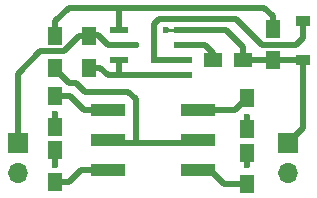
<source format=gbr>
G04 #@! TF.FileFunction,Copper,L1,Top,Signal*
%FSLAX46Y46*%
G04 Gerber Fmt 4.6, Leading zero omitted, Abs format (unit mm)*
G04 Created by KiCad (PCBNEW 4.0.7) date Monday, 25 June 2018 'AMt' 00:00:04*
%MOMM*%
%LPD*%
G01*
G04 APERTURE LIST*
%ADD10C,0.100000*%
%ADD11R,1.550000X0.600000*%
%ADD12R,1.500000X1.250000*%
%ADD13R,1.200000X0.900000*%
%ADD14R,1.700000X1.700000*%
%ADD15O,1.700000X1.700000*%
%ADD16R,1.300000X1.500000*%
%ADD17R,3.000000X1.000000*%
%ADD18C,0.600000*%
%ADD19C,0.500000*%
%ADD20C,0.250000*%
G04 APERTURE END LIST*
D10*
D11*
X132715000Y-67310000D03*
X132715000Y-66040000D03*
X132715000Y-64770000D03*
X132715000Y-63500000D03*
X127315000Y-63500000D03*
X127315000Y-64770000D03*
X127315000Y-66040000D03*
X127315000Y-67310000D03*
D12*
X137795000Y-66040000D03*
X135295000Y-66040000D03*
D13*
X142875000Y-62740000D03*
X142875000Y-66040000D03*
D14*
X141605000Y-73025000D03*
D15*
X141605000Y-75565000D03*
D14*
X118745000Y-73025000D03*
D15*
X118745000Y-75565000D03*
D16*
X140335000Y-63340000D03*
X140335000Y-66040000D03*
X121920000Y-63975000D03*
X121920000Y-66675000D03*
X124764800Y-66675000D03*
X124764800Y-63975000D03*
X121920000Y-76360000D03*
X121920000Y-73660000D03*
X121920000Y-69008000D03*
X121920000Y-71708000D03*
X138176000Y-69182000D03*
X138176000Y-71882000D03*
X138176000Y-76534000D03*
X138176000Y-73834000D03*
D17*
X126390400Y-72745600D03*
X134010400Y-72745600D03*
X126390400Y-75285600D03*
X134010400Y-75285600D03*
X134010400Y-70205600D03*
X126390400Y-70205600D03*
D18*
X128778000Y-64770000D03*
X121920014Y-74930000D03*
X121920000Y-70612004D03*
X138175998Y-70865998D03*
X138176000Y-74930000D03*
X131318000Y-63500000D03*
X130302000Y-66040000D03*
D19*
X118745000Y-73025000D02*
X118745000Y-67183000D01*
X118745000Y-67183000D02*
X120650000Y-65278000D01*
X122682000Y-65278000D02*
X123985000Y-63975000D01*
X123985000Y-63975000D02*
X124764800Y-63975000D01*
X120650000Y-65278000D02*
X122682000Y-65278000D01*
X124764800Y-63975000D02*
X124833400Y-63906400D01*
X124833400Y-63906400D02*
X125526800Y-63906400D01*
X125526800Y-63906400D02*
X126390400Y-64770000D01*
X126390400Y-64770000D02*
X127315000Y-64770000D01*
X127315000Y-64770000D02*
X128778000Y-64770000D01*
X125095000Y-64075000D02*
X125095000Y-63975000D01*
X121920000Y-74929986D02*
X121920014Y-74930000D01*
X121920000Y-73660000D02*
X121920000Y-74929986D01*
X121920000Y-71708000D02*
X121920000Y-70612004D01*
X138175998Y-71290262D02*
X138175998Y-70865998D01*
X138176000Y-71882000D02*
X138175998Y-71881998D01*
X138175998Y-71881998D02*
X138175998Y-71290262D01*
X138176000Y-73834000D02*
X138176000Y-74930000D01*
X142875000Y-66040000D02*
X142875000Y-71755000D01*
X142875000Y-71755000D02*
X141605000Y-73025000D01*
X137795000Y-66040000D02*
X137795000Y-64915000D01*
X137795000Y-64915000D02*
X136380000Y-63500000D01*
X136380000Y-63500000D02*
X133990000Y-63500000D01*
X133990000Y-63500000D02*
X132715000Y-63500000D01*
X140335000Y-66040000D02*
X137795000Y-66040000D01*
X142875000Y-66040000D02*
X140335000Y-66040000D01*
D20*
X131318000Y-63500000D02*
X132715000Y-63500000D01*
X135368000Y-63500000D02*
X135128000Y-63500000D01*
X135128000Y-63500000D02*
X133740000Y-63500000D01*
X133740000Y-63500000D02*
X132715000Y-63500000D01*
X140335000Y-66040000D02*
X140208000Y-66040000D01*
D19*
X135295000Y-66040000D02*
X135295000Y-65445000D01*
X135295000Y-65445000D02*
X134620000Y-64770000D01*
X134620000Y-64770000D02*
X132715000Y-64770000D01*
X142875000Y-62740000D02*
X142875000Y-64135000D01*
X142875000Y-64135000D02*
X142290800Y-64719200D01*
X142290800Y-64719200D02*
X139395200Y-64719200D01*
X139395200Y-64719200D02*
X137227010Y-62551010D01*
X137227010Y-62551010D02*
X130742990Y-62551010D01*
D20*
X130810000Y-62551010D02*
X137160000Y-62484000D01*
X139344400Y-64668400D02*
X139700000Y-64668400D01*
D19*
X130302000Y-66040000D02*
X130302000Y-62992000D01*
X130302000Y-66040000D02*
X132715000Y-66040000D01*
X130302000Y-62992000D02*
X130742990Y-62551010D01*
X130742990Y-62551010D02*
X130810000Y-62551010D01*
D20*
X142750000Y-62740000D02*
X142875000Y-62740000D01*
D19*
X121920000Y-63975000D02*
X121920000Y-62725000D01*
X121920000Y-62725000D02*
X123075400Y-61569600D01*
X123075400Y-61569600D02*
X123240800Y-61569600D01*
X140335000Y-63340000D02*
X140335000Y-62306200D01*
X140335000Y-62306200D02*
X139598400Y-61569600D01*
X139598400Y-61569600D02*
X127304800Y-61569600D01*
X127304800Y-61569600D02*
X127315000Y-61579800D01*
X127315000Y-61579800D02*
X127315000Y-63500000D01*
X123240800Y-61569600D02*
X127508000Y-61569600D01*
X123664799Y-67937199D02*
X123082199Y-67937199D01*
X123082199Y-67937199D02*
X121920000Y-66775000D01*
X121920000Y-66775000D02*
X121920000Y-66675000D01*
X123664799Y-67937199D02*
X124409200Y-68681600D01*
X124409200Y-68681600D02*
X128117600Y-68681600D01*
X128117600Y-68681600D02*
X128778000Y-69342000D01*
X126365000Y-73025000D02*
X133985000Y-73025000D01*
D20*
X133985000Y-73025000D02*
X128778000Y-73025000D01*
X128778000Y-73025000D02*
X126365000Y-73025000D01*
D19*
X128778000Y-69342000D02*
X128778000Y-73025000D01*
D20*
X128778000Y-69342000D02*
X128778000Y-72362000D01*
X128115000Y-73025000D02*
X126365000Y-73025000D01*
D19*
X127315000Y-67310000D02*
X126365000Y-67310000D01*
X126365000Y-67310000D02*
X125730000Y-66675000D01*
X125730000Y-66675000D02*
X125095000Y-66675000D01*
X127315000Y-67310000D02*
X128590000Y-67310000D01*
X128590000Y-67310000D02*
X132715000Y-67310000D01*
X127315000Y-67310000D02*
X127315000Y-66040000D01*
D20*
X127210000Y-65935000D02*
X127315000Y-66040000D01*
D19*
X124104400Y-75285600D02*
X124104400Y-75325600D01*
X124104400Y-75325600D02*
X123070000Y-76360000D01*
X123070000Y-76360000D02*
X121920000Y-76360000D01*
X126390400Y-75285600D02*
X124104400Y-75285600D01*
X126390400Y-70205600D02*
X124390400Y-70205600D01*
X124390400Y-70205600D02*
X123192800Y-69008000D01*
X123192800Y-69008000D02*
X121920000Y-69008000D01*
X134010400Y-70205600D02*
X137152400Y-70205600D01*
X137152400Y-70205600D02*
X138176000Y-69182000D01*
X138176000Y-76534000D02*
X136258800Y-76534000D01*
X136258800Y-76534000D02*
X135010400Y-75285600D01*
X135010400Y-75285600D02*
X134010400Y-75285600D01*
M02*

</source>
